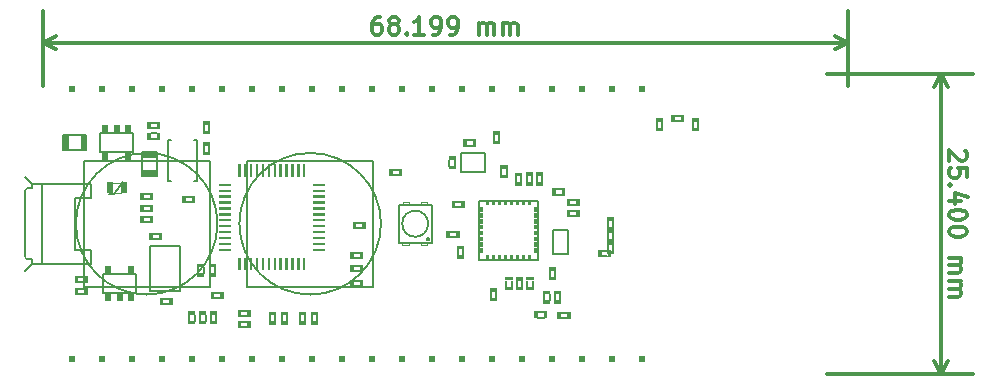
<source format=gbr>
G04 #@! TF.FileFunction,Drawing*
%FSLAX46Y46*%
G04 Gerber Fmt 4.6, Leading zero omitted, Abs format (unit mm)*
G04 Created by KiCad (PCBNEW 4.0.7+dfsg1-1) date Sun Jan 28 21:58:49 2018*
%MOMM*%
%LPD*%
G01*
G04 APERTURE LIST*
%ADD10C,0.100000*%
%ADD11C,0.300000*%
%ADD12C,0.152400*%
%ADD13C,0.127000*%
%ADD14C,0.101600*%
%ADD15C,0.203200*%
G04 APERTURE END LIST*
D10*
D11*
X143026501Y-87490572D02*
X142740787Y-87490572D01*
X142597930Y-87562001D01*
X142526501Y-87633430D01*
X142383644Y-87847715D01*
X142312215Y-88133430D01*
X142312215Y-88704858D01*
X142383644Y-88847715D01*
X142455072Y-88919144D01*
X142597930Y-88990572D01*
X142883644Y-88990572D01*
X143026501Y-88919144D01*
X143097930Y-88847715D01*
X143169358Y-88704858D01*
X143169358Y-88347715D01*
X143097930Y-88204858D01*
X143026501Y-88133430D01*
X142883644Y-88062001D01*
X142597930Y-88062001D01*
X142455072Y-88133430D01*
X142383644Y-88204858D01*
X142312215Y-88347715D01*
X144026501Y-88133430D02*
X143883643Y-88062001D01*
X143812215Y-87990572D01*
X143740786Y-87847715D01*
X143740786Y-87776287D01*
X143812215Y-87633430D01*
X143883643Y-87562001D01*
X144026501Y-87490572D01*
X144312215Y-87490572D01*
X144455072Y-87562001D01*
X144526501Y-87633430D01*
X144597929Y-87776287D01*
X144597929Y-87847715D01*
X144526501Y-87990572D01*
X144455072Y-88062001D01*
X144312215Y-88133430D01*
X144026501Y-88133430D01*
X143883643Y-88204858D01*
X143812215Y-88276287D01*
X143740786Y-88419144D01*
X143740786Y-88704858D01*
X143812215Y-88847715D01*
X143883643Y-88919144D01*
X144026501Y-88990572D01*
X144312215Y-88990572D01*
X144455072Y-88919144D01*
X144526501Y-88847715D01*
X144597929Y-88704858D01*
X144597929Y-88419144D01*
X144526501Y-88276287D01*
X144455072Y-88204858D01*
X144312215Y-88133430D01*
X145240786Y-88847715D02*
X145312214Y-88919144D01*
X145240786Y-88990572D01*
X145169357Y-88919144D01*
X145240786Y-88847715D01*
X145240786Y-88990572D01*
X146740786Y-88990572D02*
X145883643Y-88990572D01*
X146312215Y-88990572D02*
X146312215Y-87490572D01*
X146169358Y-87704858D01*
X146026500Y-87847715D01*
X145883643Y-87919144D01*
X147455071Y-88990572D02*
X147740786Y-88990572D01*
X147883643Y-88919144D01*
X147955071Y-88847715D01*
X148097929Y-88633430D01*
X148169357Y-88347715D01*
X148169357Y-87776287D01*
X148097929Y-87633430D01*
X148026500Y-87562001D01*
X147883643Y-87490572D01*
X147597929Y-87490572D01*
X147455071Y-87562001D01*
X147383643Y-87633430D01*
X147312214Y-87776287D01*
X147312214Y-88133430D01*
X147383643Y-88276287D01*
X147455071Y-88347715D01*
X147597929Y-88419144D01*
X147883643Y-88419144D01*
X148026500Y-88347715D01*
X148097929Y-88276287D01*
X148169357Y-88133430D01*
X148883642Y-88990572D02*
X149169357Y-88990572D01*
X149312214Y-88919144D01*
X149383642Y-88847715D01*
X149526500Y-88633430D01*
X149597928Y-88347715D01*
X149597928Y-87776287D01*
X149526500Y-87633430D01*
X149455071Y-87562001D01*
X149312214Y-87490572D01*
X149026500Y-87490572D01*
X148883642Y-87562001D01*
X148812214Y-87633430D01*
X148740785Y-87776287D01*
X148740785Y-88133430D01*
X148812214Y-88276287D01*
X148883642Y-88347715D01*
X149026500Y-88419144D01*
X149312214Y-88419144D01*
X149455071Y-88347715D01*
X149526500Y-88276287D01*
X149597928Y-88133430D01*
X151383642Y-88990572D02*
X151383642Y-87990572D01*
X151383642Y-88133430D02*
X151455070Y-88062001D01*
X151597928Y-87990572D01*
X151812213Y-87990572D01*
X151955070Y-88062001D01*
X152026499Y-88204858D01*
X152026499Y-88990572D01*
X152026499Y-88204858D02*
X152097928Y-88062001D01*
X152240785Y-87990572D01*
X152455070Y-87990572D01*
X152597928Y-88062001D01*
X152669356Y-88204858D01*
X152669356Y-88990572D01*
X153383642Y-88990572D02*
X153383642Y-87990572D01*
X153383642Y-88133430D02*
X153455070Y-88062001D01*
X153597928Y-87990572D01*
X153812213Y-87990572D01*
X153955070Y-88062001D01*
X154026499Y-88204858D01*
X154026499Y-88990572D01*
X154026499Y-88204858D02*
X154097928Y-88062001D01*
X154240785Y-87990572D01*
X154455070Y-87990572D01*
X154597928Y-88062001D01*
X154669356Y-88204858D01*
X154669356Y-88990572D01*
X182626000Y-89662001D02*
X114427000Y-89662001D01*
X182626000Y-93345000D02*
X182626000Y-86962001D01*
X114427000Y-93345000D02*
X114427000Y-86962001D01*
X114427000Y-89662001D02*
X115553504Y-89075580D01*
X114427000Y-89662001D02*
X115553504Y-90248422D01*
X182626000Y-89662001D02*
X181499496Y-89075580D01*
X182626000Y-89662001D02*
X181499496Y-90248422D01*
X192528571Y-98814715D02*
X192600000Y-98886144D01*
X192671429Y-99029001D01*
X192671429Y-99386144D01*
X192600000Y-99529001D01*
X192528571Y-99600430D01*
X192385714Y-99671858D01*
X192242857Y-99671858D01*
X192028571Y-99600430D01*
X191171429Y-98743287D01*
X191171429Y-99671858D01*
X192671429Y-101029001D02*
X192671429Y-100314715D01*
X191957143Y-100243286D01*
X192028571Y-100314715D01*
X192100000Y-100457572D01*
X192100000Y-100814715D01*
X192028571Y-100957572D01*
X191957143Y-101029001D01*
X191814286Y-101100429D01*
X191457143Y-101100429D01*
X191314286Y-101029001D01*
X191242857Y-100957572D01*
X191171429Y-100814715D01*
X191171429Y-100457572D01*
X191242857Y-100314715D01*
X191314286Y-100243286D01*
X191314286Y-101743286D02*
X191242857Y-101814714D01*
X191171429Y-101743286D01*
X191242857Y-101671857D01*
X191314286Y-101743286D01*
X191171429Y-101743286D01*
X192171429Y-103100429D02*
X191171429Y-103100429D01*
X192742857Y-102743286D02*
X191671429Y-102386143D01*
X191671429Y-103314715D01*
X192671429Y-104171857D02*
X192671429Y-104314714D01*
X192600000Y-104457571D01*
X192528571Y-104529000D01*
X192385714Y-104600429D01*
X192100000Y-104671857D01*
X191742857Y-104671857D01*
X191457143Y-104600429D01*
X191314286Y-104529000D01*
X191242857Y-104457571D01*
X191171429Y-104314714D01*
X191171429Y-104171857D01*
X191242857Y-104029000D01*
X191314286Y-103957571D01*
X191457143Y-103886143D01*
X191742857Y-103814714D01*
X192100000Y-103814714D01*
X192385714Y-103886143D01*
X192528571Y-103957571D01*
X192600000Y-104029000D01*
X192671429Y-104171857D01*
X192671429Y-105600428D02*
X192671429Y-105743285D01*
X192600000Y-105886142D01*
X192528571Y-105957571D01*
X192385714Y-106029000D01*
X192100000Y-106100428D01*
X191742857Y-106100428D01*
X191457143Y-106029000D01*
X191314286Y-105957571D01*
X191242857Y-105886142D01*
X191171429Y-105743285D01*
X191171429Y-105600428D01*
X191242857Y-105457571D01*
X191314286Y-105386142D01*
X191457143Y-105314714D01*
X191742857Y-105243285D01*
X192100000Y-105243285D01*
X192385714Y-105314714D01*
X192528571Y-105386142D01*
X192600000Y-105457571D01*
X192671429Y-105600428D01*
X191171429Y-107886142D02*
X192171429Y-107886142D01*
X192028571Y-107886142D02*
X192100000Y-107957570D01*
X192171429Y-108100428D01*
X192171429Y-108314713D01*
X192100000Y-108457570D01*
X191957143Y-108528999D01*
X191171429Y-108528999D01*
X191957143Y-108528999D02*
X192100000Y-108600428D01*
X192171429Y-108743285D01*
X192171429Y-108957570D01*
X192100000Y-109100428D01*
X191957143Y-109171856D01*
X191171429Y-109171856D01*
X191171429Y-109886142D02*
X192171429Y-109886142D01*
X192028571Y-109886142D02*
X192100000Y-109957570D01*
X192171429Y-110100428D01*
X192171429Y-110314713D01*
X192100000Y-110457570D01*
X191957143Y-110528999D01*
X191171429Y-110528999D01*
X191957143Y-110528999D02*
X192100000Y-110600428D01*
X192171429Y-110743285D01*
X192171429Y-110957570D01*
X192100000Y-111100428D01*
X191957143Y-111171856D01*
X191171429Y-111171856D01*
X190500000Y-92329000D02*
X190500000Y-117729000D01*
X180848000Y-92329000D02*
X193200000Y-92329000D01*
X180848000Y-117729000D02*
X193200000Y-117729000D01*
X190500000Y-117729000D02*
X189913579Y-116602496D01*
X190500000Y-117729000D02*
X191086421Y-116602496D01*
X190500000Y-92329000D02*
X189913579Y-93455504D01*
X190500000Y-92329000D02*
X191086421Y-93455504D01*
D12*
X150045900Y-107171600D02*
X150045900Y-107661600D01*
X149597900Y-107661600D02*
X149597900Y-107171600D01*
D10*
G36*
X149517100Y-106862600D02*
X149517100Y-107162600D01*
X150117000Y-107162600D01*
X150117000Y-106862600D01*
X149517100Y-106862600D01*
G37*
G36*
X149517100Y-107675400D02*
X149517100Y-107975400D01*
X150117000Y-107975400D01*
X150117000Y-107675400D01*
X149517100Y-107675400D01*
G37*
D12*
X149408100Y-106165800D02*
X148918100Y-106165800D01*
X148918100Y-105717800D02*
X149408100Y-105717800D01*
D10*
G36*
X149717100Y-105637000D02*
X149417100Y-105637000D01*
X149417100Y-106236900D01*
X149717100Y-106236900D01*
X149717100Y-105637000D01*
G37*
G36*
X148904300Y-105637000D02*
X148604300Y-105637000D01*
X148604300Y-106236900D01*
X148904300Y-106236900D01*
X148904300Y-105637000D01*
G37*
D12*
X152839900Y-110753000D02*
X152839900Y-111243000D01*
X152391900Y-111243000D02*
X152391900Y-110753000D01*
D10*
G36*
X152311100Y-110444000D02*
X152311100Y-110744000D01*
X152911000Y-110744000D01*
X152911000Y-110444000D01*
X152311100Y-110444000D01*
G37*
G36*
X152311100Y-111256800D02*
X152311100Y-111556800D01*
X152911000Y-111556800D01*
X152911000Y-111256800D01*
X152311100Y-111256800D01*
G37*
D12*
X149863700Y-103602000D02*
X149373700Y-103602000D01*
X149373700Y-103154000D02*
X149863700Y-103154000D01*
D10*
G36*
X150172700Y-103073200D02*
X149872700Y-103073200D01*
X149872700Y-103673100D01*
X150172700Y-103673100D01*
X150172700Y-103073200D01*
G37*
G36*
X149359900Y-103073200D02*
X149059900Y-103073200D01*
X149059900Y-103673100D01*
X149359900Y-103673100D01*
X149359900Y-103073200D01*
G37*
D12*
X154550900Y-110328600D02*
X154550900Y-109838600D01*
X154998900Y-109838600D02*
X154998900Y-110328600D01*
D10*
G36*
X155079700Y-110637600D02*
X155079700Y-110337600D01*
X154479800Y-110337600D01*
X154479800Y-110637600D01*
X155079700Y-110637600D01*
G37*
G36*
X155079700Y-109824800D02*
X155079700Y-109524800D01*
X154479800Y-109524800D01*
X154479800Y-109824800D01*
X155079700Y-109824800D01*
G37*
D12*
X157882700Y-102087200D02*
X158372700Y-102087200D01*
X158372700Y-102535200D02*
X157882700Y-102535200D01*
D10*
G36*
X157573700Y-102616000D02*
X157873700Y-102616000D01*
X157873700Y-102016100D01*
X157573700Y-102016100D01*
X157573700Y-102616000D01*
G37*
G36*
X158386500Y-102616000D02*
X158686500Y-102616000D01*
X158686500Y-102016100D01*
X158386500Y-102016100D01*
X158386500Y-102616000D01*
G37*
D12*
X159101900Y-103001600D02*
X159591900Y-103001600D01*
X159591900Y-103449600D02*
X159101900Y-103449600D01*
D10*
G36*
X158792900Y-103530400D02*
X159092900Y-103530400D01*
X159092900Y-102930500D01*
X158792900Y-102930500D01*
X158792900Y-103530400D01*
G37*
G36*
X159605700Y-103530400D02*
X159905700Y-103530400D01*
X159905700Y-102930500D01*
X159605700Y-102930500D01*
X159605700Y-103530400D01*
G37*
D12*
X159101900Y-103941400D02*
X159591900Y-103941400D01*
X159591900Y-104389400D02*
X159101900Y-104389400D01*
D10*
G36*
X158792900Y-104470200D02*
X159092900Y-104470200D01*
X159092900Y-103870300D01*
X158792900Y-103870300D01*
X158792900Y-104470200D01*
G37*
G36*
X159605700Y-104470200D02*
X159905700Y-104470200D01*
X159905700Y-103870300D01*
X159605700Y-103870300D01*
X159605700Y-104470200D01*
G37*
D12*
X154135300Y-109813200D02*
X154135300Y-110303200D01*
X153687300Y-110303200D02*
X153687300Y-109813200D01*
D10*
G36*
X153606500Y-109504200D02*
X153606500Y-109804200D01*
X154206400Y-109804200D01*
X154206400Y-109504200D01*
X153606500Y-109504200D01*
G37*
G36*
X153606500Y-110317000D02*
X153606500Y-110617000D01*
X154206400Y-110617000D01*
X154206400Y-110317000D01*
X153606500Y-110317000D01*
G37*
D12*
X155913300Y-109813200D02*
X155913300Y-110303200D01*
X155465300Y-110303200D02*
X155465300Y-109813200D01*
D10*
G36*
X155384500Y-109504200D02*
X155384500Y-109804200D01*
X155984400Y-109804200D01*
X155984400Y-109504200D01*
X155384500Y-109504200D01*
G37*
G36*
X155384500Y-110317000D02*
X155384500Y-110617000D01*
X155984400Y-110617000D01*
X155984400Y-110317000D01*
X155384500Y-110317000D01*
G37*
D12*
X157818300Y-108975000D02*
X157818300Y-109465000D01*
X157370300Y-109465000D02*
X157370300Y-108975000D01*
D10*
G36*
X157289500Y-108666000D02*
X157289500Y-108966000D01*
X157889400Y-108966000D01*
X157889400Y-108666000D01*
X157289500Y-108666000D01*
G37*
G36*
X157289500Y-109478800D02*
X157289500Y-109778800D01*
X157889400Y-109778800D01*
X157889400Y-109478800D01*
X157289500Y-109478800D01*
G37*
D12*
X156887700Y-111471600D02*
X156887700Y-110981600D01*
X157335700Y-110981600D02*
X157335700Y-111471600D01*
D10*
G36*
X157416500Y-111780600D02*
X157416500Y-111480600D01*
X156816600Y-111480600D01*
X156816600Y-111780600D01*
X157416500Y-111780600D01*
G37*
G36*
X157416500Y-110967800D02*
X157416500Y-110667800D01*
X156816600Y-110667800D01*
X156816600Y-110967800D01*
X157416500Y-110967800D01*
G37*
D12*
X158250100Y-110981600D02*
X158250100Y-111471600D01*
X157802100Y-111471600D02*
X157802100Y-110981600D01*
D10*
G36*
X157721300Y-110672600D02*
X157721300Y-110972600D01*
X158321200Y-110972600D01*
X158321200Y-110672600D01*
X157721300Y-110672600D01*
G37*
G36*
X157721300Y-111485400D02*
X157721300Y-111785400D01*
X158321200Y-111785400D01*
X158321200Y-111485400D01*
X157721300Y-111485400D01*
G37*
D12*
X158314500Y-112526600D02*
X158804500Y-112526600D01*
X158804500Y-112974600D02*
X158314500Y-112974600D01*
D10*
G36*
X158005500Y-113055400D02*
X158305500Y-113055400D01*
X158305500Y-112455500D01*
X158005500Y-112455500D01*
X158005500Y-113055400D01*
G37*
G36*
X158818300Y-113055400D02*
X159118300Y-113055400D01*
X159118300Y-112455500D01*
X158818300Y-112455500D01*
X158818300Y-113055400D01*
G37*
D12*
X156848700Y-112949200D02*
X156358700Y-112949200D01*
X156358700Y-112501200D02*
X156848700Y-112501200D01*
D10*
G36*
X157157700Y-112420400D02*
X156857700Y-112420400D01*
X156857700Y-113020300D01*
X157157700Y-113020300D01*
X157157700Y-112420400D01*
G37*
G36*
X156344900Y-112420400D02*
X156044900Y-112420400D01*
X156044900Y-113020300D01*
X156344900Y-113020300D01*
X156344900Y-112420400D01*
G37*
D13*
X149837900Y-98996600D02*
X149837900Y-100596600D01*
X149837900Y-100596600D02*
X151837900Y-100596600D01*
X151837900Y-100596600D02*
X151837900Y-98996600D01*
X151837900Y-98996600D02*
X149837900Y-98996600D01*
D12*
X148861300Y-100092400D02*
X148861300Y-99602400D01*
X149309300Y-99602400D02*
X149309300Y-100092400D01*
D10*
G36*
X149390100Y-100401400D02*
X149390100Y-100101400D01*
X148790200Y-100101400D01*
X148790200Y-100401400D01*
X149390100Y-100401400D01*
G37*
G36*
X149390100Y-99588600D02*
X149390100Y-99288600D01*
X148790200Y-99288600D01*
X148790200Y-99588600D01*
X149390100Y-99588600D01*
G37*
D12*
X150828900Y-98395000D02*
X150338900Y-98395000D01*
X150338900Y-97947000D02*
X150828900Y-97947000D01*
D10*
G36*
X151137900Y-97866200D02*
X150837900Y-97866200D01*
X150837900Y-98466100D01*
X151137900Y-98466100D01*
X151137900Y-97866200D01*
G37*
G36*
X150325100Y-97866200D02*
X150025100Y-97866200D01*
X150025100Y-98466100D01*
X150325100Y-98466100D01*
X150325100Y-97866200D01*
G37*
D13*
X151360500Y-103037000D02*
X151360500Y-108037000D01*
X151360500Y-108037000D02*
X156360500Y-108037000D01*
X156360500Y-108037000D02*
X156360500Y-103037000D01*
X156360500Y-103037000D02*
X151360500Y-103037000D01*
D10*
G36*
X153990500Y-103037000D02*
X153990500Y-103437000D01*
X154230500Y-103437000D01*
X154230500Y-103037000D01*
X153990500Y-103037000D01*
G37*
G36*
X153490500Y-103037000D02*
X153490500Y-103437000D01*
X153730500Y-103437000D01*
X153730500Y-103037000D01*
X153490500Y-103037000D01*
G37*
G36*
X152990500Y-103037000D02*
X152990500Y-103437000D01*
X153230500Y-103437000D01*
X153230500Y-103037000D01*
X152990500Y-103037000D01*
G37*
G36*
X152490500Y-103037000D02*
X152490500Y-103437000D01*
X152730500Y-103437000D01*
X152730500Y-103037000D01*
X152490500Y-103037000D01*
G37*
G36*
X151990500Y-103037000D02*
X151990500Y-103437000D01*
X152230500Y-103437000D01*
X152230500Y-103037000D01*
X151990500Y-103037000D01*
G37*
G36*
X154490500Y-103037000D02*
X154490500Y-103437000D01*
X154730500Y-103437000D01*
X154730500Y-103037000D01*
X154490500Y-103037000D01*
G37*
G36*
X154990500Y-103037000D02*
X154990500Y-103437000D01*
X155230500Y-103437000D01*
X155230500Y-103037000D01*
X154990500Y-103037000D01*
G37*
G36*
X155490500Y-103037000D02*
X155490500Y-103437000D01*
X155730500Y-103437000D01*
X155730500Y-103037000D01*
X155490500Y-103037000D01*
G37*
G36*
X156040500Y-105587000D02*
X156040500Y-105987000D01*
X156280500Y-105987000D01*
X156280500Y-105587000D01*
X156040500Y-105587000D01*
G37*
G36*
X156040500Y-105087000D02*
X156040500Y-105487000D01*
X156280500Y-105487000D01*
X156280500Y-105087000D01*
X156040500Y-105087000D01*
G37*
G36*
X156040500Y-104587000D02*
X156040500Y-104987000D01*
X156280500Y-104987000D01*
X156280500Y-104587000D01*
X156040500Y-104587000D01*
G37*
G36*
X156040500Y-104087000D02*
X156040500Y-104487000D01*
X156280500Y-104487000D01*
X156280500Y-104087000D01*
X156040500Y-104087000D01*
G37*
G36*
X156040500Y-103587000D02*
X156040500Y-103987000D01*
X156280500Y-103987000D01*
X156280500Y-103587000D01*
X156040500Y-103587000D01*
G37*
G36*
X156040500Y-106087000D02*
X156040500Y-106487000D01*
X156280500Y-106487000D01*
X156280500Y-106087000D01*
X156040500Y-106087000D01*
G37*
G36*
X156040500Y-106587000D02*
X156040500Y-106987000D01*
X156280500Y-106987000D01*
X156280500Y-106587000D01*
X156040500Y-106587000D01*
G37*
G36*
X156040500Y-107087000D02*
X156040500Y-107487000D01*
X156280500Y-107487000D01*
X156280500Y-107087000D01*
X156040500Y-107087000D01*
G37*
G36*
X151440500Y-105087000D02*
X151440500Y-105487000D01*
X151680500Y-105487000D01*
X151680500Y-105087000D01*
X151440500Y-105087000D01*
G37*
G36*
X151440500Y-105587000D02*
X151440500Y-105987000D01*
X151680500Y-105987000D01*
X151680500Y-105587000D01*
X151440500Y-105587000D01*
G37*
G36*
X151440500Y-106087000D02*
X151440500Y-106487000D01*
X151680500Y-106487000D01*
X151680500Y-106087000D01*
X151440500Y-106087000D01*
G37*
G36*
X151440500Y-106587000D02*
X151440500Y-106987000D01*
X151680500Y-106987000D01*
X151680500Y-106587000D01*
X151440500Y-106587000D01*
G37*
G36*
X151440500Y-107087000D02*
X151440500Y-107487000D01*
X151680500Y-107487000D01*
X151680500Y-107087000D01*
X151440500Y-107087000D01*
G37*
G36*
X151440500Y-104587000D02*
X151440500Y-104987000D01*
X151680500Y-104987000D01*
X151680500Y-104587000D01*
X151440500Y-104587000D01*
G37*
G36*
X151440500Y-104087000D02*
X151440500Y-104487000D01*
X151680500Y-104487000D01*
X151680500Y-104087000D01*
X151440500Y-104087000D01*
G37*
G36*
X151440500Y-103587000D02*
X151440500Y-103987000D01*
X151680500Y-103987000D01*
X151680500Y-103587000D01*
X151440500Y-103587000D01*
G37*
G36*
X153490500Y-107637000D02*
X153490500Y-108037000D01*
X153730500Y-108037000D01*
X153730500Y-107637000D01*
X153490500Y-107637000D01*
G37*
G36*
X153990500Y-107637000D02*
X153990500Y-108037000D01*
X154230500Y-108037000D01*
X154230500Y-107637000D01*
X153990500Y-107637000D01*
G37*
G36*
X154490500Y-107637000D02*
X154490500Y-108037000D01*
X154730500Y-108037000D01*
X154730500Y-107637000D01*
X154490500Y-107637000D01*
G37*
G36*
X154990500Y-107637000D02*
X154990500Y-108037000D01*
X155230500Y-108037000D01*
X155230500Y-107637000D01*
X154990500Y-107637000D01*
G37*
G36*
X155490500Y-107637000D02*
X155490500Y-108037000D01*
X155730500Y-108037000D01*
X155730500Y-107637000D01*
X155490500Y-107637000D01*
G37*
G36*
X152990500Y-107637000D02*
X152990500Y-108037000D01*
X153230500Y-108037000D01*
X153230500Y-107637000D01*
X152990500Y-107637000D01*
G37*
G36*
X152490500Y-107637000D02*
X152490500Y-108037000D01*
X152730500Y-108037000D01*
X152730500Y-107637000D01*
X152490500Y-107637000D01*
G37*
G36*
X151990500Y-107637000D02*
X151990500Y-108037000D01*
X152230500Y-108037000D01*
X152230500Y-107637000D01*
X151990500Y-107637000D01*
G37*
D12*
X156252700Y-101464000D02*
X156252700Y-100974000D01*
X156700700Y-100974000D02*
X156700700Y-101464000D01*
D10*
G36*
X156781500Y-101773000D02*
X156781500Y-101473000D01*
X156181600Y-101473000D01*
X156181600Y-101773000D01*
X156781500Y-101773000D01*
G37*
G36*
X156781500Y-100960200D02*
X156781500Y-100660200D01*
X156181600Y-100660200D01*
X156181600Y-100960200D01*
X156781500Y-100960200D01*
G37*
D12*
X153255500Y-100854400D02*
X153255500Y-100364400D01*
X153703500Y-100364400D02*
X153703500Y-100854400D01*
D10*
G36*
X153784300Y-101163400D02*
X153784300Y-100863400D01*
X153184400Y-100863400D01*
X153184400Y-101163400D01*
X153784300Y-101163400D01*
G37*
G36*
X153784300Y-100350600D02*
X153784300Y-100050600D01*
X153184400Y-100050600D01*
X153184400Y-100350600D01*
X153784300Y-100350600D01*
G37*
D12*
X154474700Y-101489400D02*
X154474700Y-100999400D01*
X154922700Y-100999400D02*
X154922700Y-101489400D01*
D10*
G36*
X155003500Y-101798400D02*
X155003500Y-101498400D01*
X154403600Y-101498400D01*
X154403600Y-101798400D01*
X155003500Y-101798400D01*
G37*
G36*
X155003500Y-100985600D02*
X155003500Y-100685600D01*
X154403600Y-100685600D01*
X154403600Y-100985600D01*
X155003500Y-100985600D01*
G37*
D12*
X155389100Y-101464000D02*
X155389100Y-100974000D01*
X155837100Y-100974000D02*
X155837100Y-101464000D01*
D10*
G36*
X155917900Y-101773000D02*
X155917900Y-101473000D01*
X155318000Y-101473000D01*
X155318000Y-101773000D01*
X155917900Y-101773000D01*
G37*
G36*
X155917900Y-100960200D02*
X155917900Y-100660200D01*
X155318000Y-100660200D01*
X155318000Y-100960200D01*
X155917900Y-100960200D01*
G37*
D12*
X152620500Y-97958800D02*
X152620500Y-97468800D01*
X153068500Y-97468800D02*
X153068500Y-97958800D01*
D10*
G36*
X153149300Y-98267800D02*
X153149300Y-97967800D01*
X152549400Y-97967800D01*
X152549400Y-98267800D01*
X153149300Y-98267800D01*
G37*
G36*
X153149300Y-97455000D02*
X153149300Y-97155000D01*
X152549400Y-97155000D01*
X152549400Y-97455000D01*
X153149300Y-97455000D01*
G37*
G36*
X130973894Y-108958853D02*
X131173894Y-108958853D01*
X131173894Y-107908853D01*
X130973894Y-107908853D01*
X130973894Y-108958853D01*
G37*
G36*
X131473894Y-108958853D02*
X131673894Y-108958853D01*
X131673894Y-107908853D01*
X131473894Y-107908853D01*
X131473894Y-108958853D01*
G37*
G36*
X131973894Y-108958853D02*
X132173894Y-108958853D01*
X132173894Y-107908853D01*
X131973894Y-107908853D01*
X131973894Y-108958853D01*
G37*
G36*
X132473894Y-108958853D02*
X132673894Y-108958853D01*
X132673894Y-107908853D01*
X132473894Y-107908853D01*
X132473894Y-108958853D01*
G37*
G36*
X132973894Y-108958853D02*
X133173894Y-108958853D01*
X133173894Y-107908853D01*
X132973894Y-107908853D01*
X132973894Y-108958853D01*
G37*
G36*
X133473894Y-108958853D02*
X133673894Y-108958853D01*
X133673894Y-107908853D01*
X133473894Y-107908853D01*
X133473894Y-108958853D01*
G37*
G36*
X133973894Y-108958853D02*
X134173894Y-108958853D01*
X134173894Y-107908853D01*
X133973894Y-107908853D01*
X133973894Y-108958853D01*
G37*
G36*
X134473894Y-108958853D02*
X134673894Y-108958853D01*
X134673894Y-107908853D01*
X134473894Y-107908853D01*
X134473894Y-108958853D01*
G37*
G36*
X134973894Y-108958853D02*
X135173894Y-108958853D01*
X135173894Y-107908853D01*
X134973894Y-107908853D01*
X134973894Y-108958853D01*
G37*
G36*
X135473894Y-108958853D02*
X135673894Y-108958853D01*
X135673894Y-107908853D01*
X135473894Y-107908853D01*
X135473894Y-108958853D01*
G37*
G36*
X135973894Y-108958853D02*
X136173894Y-108958853D01*
X136173894Y-107908853D01*
X135973894Y-107908853D01*
X135973894Y-108958853D01*
G37*
G36*
X136473894Y-108958853D02*
X136673894Y-108958853D01*
X136673894Y-107908853D01*
X136473894Y-107908853D01*
X136473894Y-108958853D01*
G37*
G36*
X137273894Y-107308853D02*
X138323894Y-107308853D01*
X138323894Y-107108853D01*
X137273894Y-107108853D01*
X137273894Y-107308853D01*
G37*
G36*
X137273894Y-106808853D02*
X138323894Y-106808853D01*
X138323894Y-106608853D01*
X137273894Y-106608853D01*
X137273894Y-106808853D01*
G37*
G36*
X137273894Y-106308853D02*
X138323894Y-106308853D01*
X138323894Y-106108853D01*
X137273894Y-106108853D01*
X137273894Y-106308853D01*
G37*
G36*
X137273894Y-105808853D02*
X138323894Y-105808853D01*
X138323894Y-105608853D01*
X137273894Y-105608853D01*
X137273894Y-105808853D01*
G37*
G36*
X137273894Y-105308853D02*
X138323894Y-105308853D01*
X138323894Y-105108853D01*
X137273894Y-105108853D01*
X137273894Y-105308853D01*
G37*
G36*
X137273894Y-104808853D02*
X138323894Y-104808853D01*
X138323894Y-104608853D01*
X137273894Y-104608853D01*
X137273894Y-104808853D01*
G37*
G36*
X137273894Y-104308853D02*
X138323894Y-104308853D01*
X138323894Y-104108853D01*
X137273894Y-104108853D01*
X137273894Y-104308853D01*
G37*
G36*
X137273894Y-103808853D02*
X138323894Y-103808853D01*
X138323894Y-103608853D01*
X137273894Y-103608853D01*
X137273894Y-103808853D01*
G37*
G36*
X137273894Y-103308853D02*
X138323894Y-103308853D01*
X138323894Y-103108853D01*
X137273894Y-103108853D01*
X137273894Y-103308853D01*
G37*
G36*
X137273894Y-102808853D02*
X138323894Y-102808853D01*
X138323894Y-102608853D01*
X137273894Y-102608853D01*
X137273894Y-102808853D01*
G37*
G36*
X137273894Y-102308853D02*
X138323894Y-102308853D01*
X138323894Y-102108853D01*
X137273894Y-102108853D01*
X137273894Y-102308853D01*
G37*
G36*
X137273894Y-101808853D02*
X138323894Y-101808853D01*
X138323894Y-101608853D01*
X137273894Y-101608853D01*
X137273894Y-101808853D01*
G37*
G36*
X136473894Y-101008853D02*
X136673894Y-101008853D01*
X136673894Y-99958853D01*
X136473894Y-99958853D01*
X136473894Y-101008853D01*
G37*
G36*
X135973894Y-101008853D02*
X136173894Y-101008853D01*
X136173894Y-99958853D01*
X135973894Y-99958853D01*
X135973894Y-101008853D01*
G37*
G36*
X135473894Y-101008853D02*
X135673894Y-101008853D01*
X135673894Y-99958853D01*
X135473894Y-99958853D01*
X135473894Y-101008853D01*
G37*
G36*
X134973894Y-101008853D02*
X135173894Y-101008853D01*
X135173894Y-99958853D01*
X134973894Y-99958853D01*
X134973894Y-101008853D01*
G37*
G36*
X134473894Y-101008853D02*
X134673894Y-101008853D01*
X134673894Y-99958853D01*
X134473894Y-99958853D01*
X134473894Y-101008853D01*
G37*
G36*
X133973894Y-101008853D02*
X134173894Y-101008853D01*
X134173894Y-99958853D01*
X133973894Y-99958853D01*
X133973894Y-101008853D01*
G37*
G36*
X133473894Y-101008853D02*
X133673894Y-101008853D01*
X133673894Y-99958853D01*
X133473894Y-99958853D01*
X133473894Y-101008853D01*
G37*
G36*
X132973894Y-101008853D02*
X133173894Y-101008853D01*
X133173894Y-99958853D01*
X132973894Y-99958853D01*
X132973894Y-101008853D01*
G37*
G36*
X132473894Y-101008853D02*
X132673894Y-101008853D01*
X132673894Y-99958853D01*
X132473894Y-99958853D01*
X132473894Y-101008853D01*
G37*
G36*
X131973894Y-101008853D02*
X132173894Y-101008853D01*
X132173894Y-99958853D01*
X131973894Y-99958853D01*
X131973894Y-101008853D01*
G37*
G36*
X131473894Y-101008853D02*
X131673894Y-101008853D01*
X131673894Y-99958853D01*
X131473894Y-99958853D01*
X131473894Y-101008853D01*
G37*
G36*
X130973894Y-101008853D02*
X131173894Y-101008853D01*
X131173894Y-99958853D01*
X130973894Y-99958853D01*
X130973894Y-101008853D01*
G37*
G36*
X129323894Y-101808853D02*
X130373894Y-101808853D01*
X130373894Y-101608853D01*
X129323894Y-101608853D01*
X129323894Y-101808853D01*
G37*
G36*
X129323894Y-102308853D02*
X130373894Y-102308853D01*
X130373894Y-102108853D01*
X129323894Y-102108853D01*
X129323894Y-102308853D01*
G37*
G36*
X129323894Y-102808853D02*
X130373894Y-102808853D01*
X130373894Y-102608853D01*
X129323894Y-102608853D01*
X129323894Y-102808853D01*
G37*
G36*
X129323894Y-103308853D02*
X130373894Y-103308853D01*
X130373894Y-103108853D01*
X129323894Y-103108853D01*
X129323894Y-103308853D01*
G37*
G36*
X129323894Y-103808853D02*
X130373894Y-103808853D01*
X130373894Y-103608853D01*
X129323894Y-103608853D01*
X129323894Y-103808853D01*
G37*
G36*
X129323894Y-104308853D02*
X130373894Y-104308853D01*
X130373894Y-104108853D01*
X129323894Y-104108853D01*
X129323894Y-104308853D01*
G37*
G36*
X129323894Y-104808853D02*
X130373894Y-104808853D01*
X130373894Y-104608853D01*
X129323894Y-104608853D01*
X129323894Y-104808853D01*
G37*
G36*
X129323894Y-105308853D02*
X130373894Y-105308853D01*
X130373894Y-105108853D01*
X129323894Y-105108853D01*
X129323894Y-105308853D01*
G37*
G36*
X129323894Y-105808853D02*
X130373894Y-105808853D01*
X130373894Y-105608853D01*
X129323894Y-105608853D01*
X129323894Y-105808853D01*
G37*
G36*
X129323894Y-106308853D02*
X130373894Y-106308853D01*
X130373894Y-106108853D01*
X129323894Y-106108853D01*
X129323894Y-106308853D01*
G37*
G36*
X129323894Y-106808853D02*
X130373894Y-106808853D01*
X130373894Y-106608853D01*
X129323894Y-106608853D01*
X129323894Y-106808853D01*
G37*
G36*
X129323894Y-107308853D02*
X130373894Y-107308853D01*
X130373894Y-107108853D01*
X129323894Y-107108853D01*
X129323894Y-107308853D01*
G37*
D12*
X129040100Y-108695600D02*
X129040100Y-109185600D01*
X128592100Y-109185600D02*
X128592100Y-108695600D01*
D10*
G36*
X128511300Y-108386600D02*
X128511300Y-108686600D01*
X129111200Y-108686600D01*
X129111200Y-108386600D01*
X128511300Y-108386600D01*
G37*
G36*
X128511300Y-109199400D02*
X128511300Y-109499400D01*
X129111200Y-109499400D01*
X129111200Y-109199400D01*
X128511300Y-109199400D01*
G37*
D12*
X127029100Y-103195600D02*
X126539100Y-103195600D01*
X126539100Y-102747600D02*
X127029100Y-102747600D01*
D10*
G36*
X127338100Y-102666800D02*
X127038100Y-102666800D01*
X127038100Y-103266700D01*
X127338100Y-103266700D01*
X127338100Y-102666800D01*
G37*
G36*
X126525300Y-102666800D02*
X126225300Y-102666800D01*
X126225300Y-103266700D01*
X126525300Y-103266700D01*
X126525300Y-102666800D01*
G37*
D12*
X140969047Y-104914441D02*
X141459047Y-104914441D01*
X141459047Y-105362441D02*
X140969047Y-105362441D01*
D10*
G36*
X140660047Y-105443241D02*
X140960047Y-105443241D01*
X140960047Y-104843341D01*
X140660047Y-104843341D01*
X140660047Y-105443241D01*
G37*
G36*
X141472847Y-105443241D02*
X141772847Y-105443241D01*
X141772847Y-104843341D01*
X141472847Y-104843341D01*
X141472847Y-105443241D01*
G37*
D12*
X136660100Y-112759600D02*
X136660100Y-113249600D01*
X136212100Y-113249600D02*
X136212100Y-112759600D01*
D10*
G36*
X136131300Y-112450600D02*
X136131300Y-112750600D01*
X136731200Y-112750600D01*
X136731200Y-112450600D01*
X136131300Y-112450600D01*
G37*
G36*
X136131300Y-113263400D02*
X136131300Y-113563400D01*
X136731200Y-113563400D01*
X136731200Y-113263400D01*
X136131300Y-113263400D01*
G37*
D12*
X134688100Y-113249600D02*
X134688100Y-112759600D01*
X135136100Y-112759600D02*
X135136100Y-113249600D01*
D10*
G36*
X135216900Y-113558600D02*
X135216900Y-113258600D01*
X134617000Y-113258600D01*
X134617000Y-113558600D01*
X135216900Y-113558600D01*
G37*
G36*
X135216900Y-112745800D02*
X135216900Y-112445800D01*
X134617000Y-112445800D01*
X134617000Y-112745800D01*
X135216900Y-112745800D01*
G37*
D12*
X128042288Y-108695600D02*
X128042288Y-109185600D01*
X127594288Y-109185600D02*
X127594288Y-108695600D01*
D10*
G36*
X127513488Y-108386600D02*
X127513488Y-108686600D01*
X128113388Y-108686600D01*
X128113388Y-108386600D01*
X127513488Y-108386600D01*
G37*
G36*
X127513488Y-109199400D02*
X127513488Y-109499400D01*
X128113388Y-109499400D01*
X128113388Y-109199400D01*
X127513488Y-109199400D01*
G37*
D12*
X128952100Y-110875600D02*
X129442100Y-110875600D01*
X129442100Y-111323600D02*
X128952100Y-111323600D01*
D10*
G36*
X128643100Y-111404400D02*
X128943100Y-111404400D01*
X128943100Y-110804500D01*
X128643100Y-110804500D01*
X128643100Y-111404400D01*
G37*
G36*
X129455900Y-111404400D02*
X129755900Y-111404400D01*
X129755900Y-110804500D01*
X129455900Y-110804500D01*
X129455900Y-111404400D01*
G37*
D12*
X137676100Y-112759600D02*
X137676100Y-113249600D01*
X137228100Y-113249600D02*
X137228100Y-112759600D01*
D10*
G36*
X137147300Y-112450600D02*
X137147300Y-112750600D01*
X137747200Y-112750600D01*
X137747200Y-112450600D01*
X137147300Y-112450600D01*
G37*
G36*
X137147300Y-113263400D02*
X137147300Y-113563400D01*
X137747200Y-113563400D01*
X137747200Y-113263400D01*
X137147300Y-113263400D01*
G37*
D12*
X134120100Y-112759600D02*
X134120100Y-113249600D01*
X133672100Y-113249600D02*
X133672100Y-112759600D01*
D10*
G36*
X133591300Y-112450600D02*
X133591300Y-112750600D01*
X134191200Y-112750600D01*
X134191200Y-112450600D01*
X133591300Y-112450600D01*
G37*
G36*
X133591300Y-113263400D02*
X133591300Y-113563400D01*
X134191200Y-113563400D01*
X134191200Y-113263400D01*
X133591300Y-113263400D01*
G37*
D12*
X141256469Y-109040425D02*
X140766469Y-109040425D01*
X140766469Y-108592425D02*
X141256469Y-108592425D01*
D10*
G36*
X141565469Y-108511625D02*
X141265469Y-108511625D01*
X141265469Y-109111525D01*
X141565469Y-109111525D01*
X141565469Y-108511625D01*
G37*
G36*
X140752669Y-108511625D02*
X140452669Y-108511625D01*
X140452669Y-109111525D01*
X140752669Y-109111525D01*
X140752669Y-108511625D01*
G37*
D12*
X123754806Y-105831478D02*
X124244806Y-105831478D01*
X124244806Y-106279478D02*
X123754806Y-106279478D01*
D10*
G36*
X123445806Y-106360278D02*
X123745806Y-106360278D01*
X123745806Y-105760378D01*
X123445806Y-105760378D01*
X123445806Y-106360278D01*
G37*
G36*
X124258606Y-106360278D02*
X124558606Y-106360278D01*
X124558606Y-105760378D01*
X124258606Y-105760378D01*
X124258606Y-106360278D01*
G37*
D12*
X124632247Y-111339725D02*
X125122247Y-111339725D01*
X125122247Y-111787725D02*
X124632247Y-111787725D01*
D10*
G36*
X124323247Y-111868525D02*
X124623247Y-111868525D01*
X124623247Y-111268625D01*
X124323247Y-111268625D01*
X124323247Y-111868525D01*
G37*
G36*
X125136047Y-111868525D02*
X125436047Y-111868525D01*
X125436047Y-111268625D01*
X125136047Y-111268625D01*
X125136047Y-111868525D01*
G37*
D12*
X122983100Y-103509600D02*
X123473100Y-103509600D01*
X123473100Y-103957600D02*
X122983100Y-103957600D01*
D10*
G36*
X122674100Y-104038400D02*
X122974100Y-104038400D01*
X122974100Y-103438500D01*
X122674100Y-103438500D01*
X122674100Y-104038400D01*
G37*
G36*
X123486900Y-104038400D02*
X123786900Y-104038400D01*
X123786900Y-103438500D01*
X123486900Y-103438500D01*
X123486900Y-104038400D01*
G37*
D12*
X122983100Y-104398600D02*
X123473100Y-104398600D01*
X123473100Y-104846600D02*
X122983100Y-104846600D01*
D10*
G36*
X122674100Y-104927400D02*
X122974100Y-104927400D01*
X122974100Y-104327500D01*
X122674100Y-104327500D01*
X122674100Y-104927400D01*
G37*
G36*
X123486900Y-104927400D02*
X123786900Y-104927400D01*
X123786900Y-104327500D01*
X123486900Y-104327500D01*
X123486900Y-104927400D01*
G37*
D13*
X123516759Y-110681328D02*
X126056759Y-110681328D01*
X126056759Y-110681328D02*
X126056759Y-106871328D01*
X126056759Y-106871328D02*
X123516759Y-106871328D01*
X123516759Y-106871328D02*
X123516759Y-110681328D01*
D12*
X119288100Y-97345600D02*
X122088100Y-97345600D01*
X122088100Y-98945600D02*
X119288100Y-98945600D01*
X119288100Y-98945600D02*
X119288100Y-97345600D01*
X122088100Y-98945600D02*
X122088100Y-97345600D01*
D10*
G36*
X121888100Y-96645600D02*
X121388100Y-96645600D01*
X121388100Y-97295600D01*
X121888100Y-97295600D01*
X121888100Y-96645600D01*
G37*
G36*
X120938100Y-96645600D02*
X120438100Y-96645600D01*
X120438100Y-97295600D01*
X120938100Y-97295600D01*
X120938100Y-96645600D01*
G37*
G36*
X119988100Y-96645600D02*
X119488100Y-96645600D01*
X119488100Y-97295600D01*
X119988100Y-97295600D01*
X119988100Y-96645600D01*
G37*
G36*
X119988100Y-98995600D02*
X119488100Y-98995600D01*
X119488100Y-99645600D01*
X119988100Y-99645600D01*
X119988100Y-98995600D01*
G37*
G36*
X121888100Y-98995600D02*
X121388100Y-98995600D01*
X121388100Y-99645600D01*
X121888100Y-99645600D01*
X121888100Y-98995600D01*
G37*
D14*
X121044100Y-102387600D02*
X120332100Y-102387600D01*
X121044100Y-101536600D02*
X120332100Y-101536600D01*
D10*
G36*
X121526300Y-101485700D02*
X121026200Y-101485700D01*
X121026200Y-102435700D01*
X121526300Y-102435700D01*
X121526300Y-101485700D01*
G37*
G36*
X120357900Y-101485700D02*
X119857800Y-101485700D01*
X119857800Y-102435700D01*
X120357900Y-102435700D01*
X120357900Y-101485700D01*
G37*
D13*
X121196100Y-101447600D02*
X120434100Y-102463600D01*
X120434100Y-102463600D02*
X120053100Y-102463600D01*
X116132100Y-98770600D02*
X116132100Y-97520600D01*
X116132100Y-97520600D02*
X118132100Y-97520600D01*
X118132100Y-97520600D02*
X118132100Y-98770600D01*
X118132100Y-98770600D02*
X116132100Y-98770600D01*
D10*
G36*
X116132100Y-98770600D02*
X116612100Y-98770600D01*
X116612100Y-97520600D01*
X116132100Y-97520600D01*
X116132100Y-98770600D01*
G37*
G36*
X117652100Y-98770600D02*
X118132100Y-98770600D01*
X118132100Y-97520600D01*
X117652100Y-97520600D01*
X117652100Y-98770600D01*
G37*
D13*
X124107100Y-100923600D02*
X122857100Y-100923600D01*
X122857100Y-100923600D02*
X122857100Y-98923600D01*
X122857100Y-98923600D02*
X124107100Y-98923600D01*
X124107100Y-98923600D02*
X124107100Y-100923600D01*
D10*
G36*
X124107100Y-100923600D02*
X124107100Y-100443600D01*
X122857100Y-100443600D01*
X122857100Y-100923600D01*
X124107100Y-100923600D01*
G37*
G36*
X124107100Y-99403600D02*
X124107100Y-98923600D01*
X122857100Y-98923600D01*
X122857100Y-99403600D01*
X124107100Y-99403600D01*
G37*
D12*
X141253100Y-110307600D02*
X140763100Y-110307600D01*
X140763100Y-109859600D02*
X141253100Y-109859600D01*
D10*
G36*
X141562100Y-109778800D02*
X141262100Y-109778800D01*
X141262100Y-110378700D01*
X141562100Y-110378700D01*
X141562100Y-109778800D01*
G37*
G36*
X140749300Y-109778800D02*
X140449300Y-109778800D01*
X140449300Y-110378700D01*
X140749300Y-110378700D01*
X140749300Y-109778800D01*
G37*
D12*
X144555100Y-100909600D02*
X144065100Y-100909600D01*
X144065100Y-100461600D02*
X144555100Y-100461600D01*
D10*
G36*
X144864100Y-100380800D02*
X144564100Y-100380800D01*
X144564100Y-100980700D01*
X144864100Y-100980700D01*
X144864100Y-100380800D01*
G37*
G36*
X144051300Y-100380800D02*
X143751300Y-100380800D01*
X143751300Y-100980700D01*
X144051300Y-100980700D01*
X144051300Y-100380800D01*
G37*
D12*
X141253100Y-107894600D02*
X140763100Y-107894600D01*
X140763100Y-107446600D02*
X141253100Y-107446600D01*
D10*
G36*
X141562100Y-107365800D02*
X141262100Y-107365800D01*
X141262100Y-107965700D01*
X141562100Y-107965700D01*
X141562100Y-107365800D01*
G37*
G36*
X140749300Y-107365800D02*
X140449300Y-107365800D01*
X140449300Y-107965700D01*
X140749300Y-107965700D01*
X140749300Y-107365800D01*
G37*
D13*
X142405100Y-99669600D02*
X142405100Y-110337600D01*
X142405100Y-110337600D02*
X131737100Y-110337600D01*
X131737100Y-110337600D02*
X131737100Y-99669600D01*
X131737100Y-99669600D02*
X142405100Y-99669600D01*
X143065500Y-105003600D02*
G75*
G03X143065500Y-105003600I-5994400J0D01*
G01*
X117894100Y-110337600D02*
X117894100Y-99669600D01*
X117894100Y-99669600D02*
X128562100Y-99669600D01*
X128562100Y-99669600D02*
X128562100Y-110337600D01*
X128562100Y-110337600D02*
X117894100Y-110337600D01*
X129222500Y-105003600D02*
G75*
G03X129222500Y-105003600I-5994400J0D01*
G01*
D12*
X123592700Y-96465616D02*
X124082700Y-96465616D01*
X124082700Y-96913616D02*
X123592700Y-96913616D01*
D10*
G36*
X123283700Y-96994416D02*
X123583700Y-96994416D01*
X123583700Y-96394516D01*
X123283700Y-96394516D01*
X123283700Y-96994416D01*
G37*
G36*
X124096500Y-96994416D02*
X124396500Y-96994416D01*
X124396500Y-96394516D01*
X124096500Y-96394516D01*
X124096500Y-96994416D01*
G37*
D12*
X123592700Y-97349509D02*
X124082700Y-97349509D01*
X124082700Y-97797509D02*
X123592700Y-97797509D01*
D10*
G36*
X123283700Y-97878309D02*
X123583700Y-97878309D01*
X123583700Y-97278409D01*
X123283700Y-97278409D01*
X123283700Y-97878309D01*
G37*
G36*
X124096500Y-97878309D02*
X124396500Y-97878309D01*
X124396500Y-97278409D01*
X124096500Y-97278409D01*
X124096500Y-97878309D01*
G37*
D12*
X128671513Y-113199097D02*
X128671513Y-112709097D01*
X129119513Y-112709097D02*
X129119513Y-113199097D01*
D10*
G36*
X129200313Y-113508097D02*
X129200313Y-113208097D01*
X128600413Y-113208097D01*
X128600413Y-113508097D01*
X129200313Y-113508097D01*
G37*
G36*
X129200313Y-112695297D02*
X129200313Y-112395297D01*
X128600413Y-112395297D01*
X128600413Y-112695297D01*
X129200313Y-112695297D01*
G37*
D12*
X123473100Y-102941600D02*
X122983100Y-102941600D01*
X122983100Y-102493600D02*
X123473100Y-102493600D01*
D10*
G36*
X123782100Y-102412800D02*
X123482100Y-102412800D01*
X123482100Y-103012700D01*
X123782100Y-103012700D01*
X123782100Y-102412800D01*
G37*
G36*
X122969300Y-102412800D02*
X122669300Y-102412800D01*
X122669300Y-103012700D01*
X122969300Y-103012700D01*
X122969300Y-102412800D01*
G37*
D13*
X157629700Y-105553000D02*
X158879700Y-105553000D01*
X158879700Y-105553000D02*
X158879700Y-107553000D01*
X158879700Y-107553000D02*
X157629700Y-107553000D01*
X157629700Y-107553000D02*
X157629700Y-105553000D01*
D12*
X117449300Y-110489800D02*
X117939300Y-110489800D01*
X117939300Y-110937800D02*
X117449300Y-110937800D01*
D10*
G36*
X117140300Y-111018600D02*
X117440300Y-111018600D01*
X117440300Y-110418700D01*
X117140300Y-110418700D01*
X117140300Y-111018600D01*
G37*
G36*
X117953100Y-111018600D02*
X118253100Y-111018600D01*
X118253100Y-110418700D01*
X117953100Y-110418700D01*
X117953100Y-111018600D01*
G37*
D12*
X122342100Y-110883600D02*
X119542100Y-110883600D01*
X119542100Y-109283600D02*
X122342100Y-109283600D01*
X122342100Y-109283600D02*
X122342100Y-110883600D01*
X119542100Y-109283600D02*
X119542100Y-110883600D01*
D10*
G36*
X119742100Y-111583600D02*
X120242100Y-111583600D01*
X120242100Y-110933600D01*
X119742100Y-110933600D01*
X119742100Y-111583600D01*
G37*
G36*
X120692100Y-111583600D02*
X121192100Y-111583600D01*
X121192100Y-110933600D01*
X120692100Y-110933600D01*
X120692100Y-111583600D01*
G37*
G36*
X121642100Y-111583600D02*
X122142100Y-111583600D01*
X122142100Y-110933600D01*
X121642100Y-110933600D01*
X121642100Y-111583600D01*
G37*
G36*
X121642100Y-109233600D02*
X122142100Y-109233600D01*
X122142100Y-108583600D01*
X121642100Y-108583600D01*
X121642100Y-109233600D01*
G37*
G36*
X119742100Y-109233600D02*
X120242100Y-109233600D01*
X120242100Y-108583600D01*
X119742100Y-108583600D01*
X119742100Y-109233600D01*
G37*
D12*
X117932700Y-109924800D02*
X117442700Y-109924800D01*
X117442700Y-109476800D02*
X117932700Y-109476800D01*
D10*
G36*
X118241700Y-109396000D02*
X117941700Y-109396000D01*
X117941700Y-109995900D01*
X118241700Y-109995900D01*
X118241700Y-109396000D01*
G37*
G36*
X117428900Y-109396000D02*
X117128900Y-109396000D01*
X117128900Y-109995900D01*
X117428900Y-109995900D01*
X117428900Y-109396000D01*
G37*
D12*
X131728100Y-113787400D02*
X131238100Y-113787400D01*
X131238100Y-113339400D02*
X131728100Y-113339400D01*
D10*
G36*
X132037100Y-113258600D02*
X131737100Y-113258600D01*
X131737100Y-113858500D01*
X132037100Y-113858500D01*
X132037100Y-113258600D01*
G37*
G36*
X131224300Y-113258600D02*
X130924300Y-113258600D01*
X130924300Y-113858500D01*
X131224300Y-113858500D01*
X131224300Y-113258600D01*
G37*
D12*
X131238100Y-112399600D02*
X131728100Y-112399600D01*
X131728100Y-112847600D02*
X131238100Y-112847600D01*
D10*
G36*
X130929100Y-112928400D02*
X131229100Y-112928400D01*
X131229100Y-112328500D01*
X130929100Y-112328500D01*
X130929100Y-112928400D01*
G37*
G36*
X131741900Y-112928400D02*
X132041900Y-112928400D01*
X132041900Y-112328500D01*
X131741900Y-112328500D01*
X131741900Y-112928400D01*
G37*
G36*
X150152100Y-93319600D02*
X149644100Y-93319600D01*
X149644100Y-93827600D01*
X150152100Y-93827600D01*
X150152100Y-93319600D01*
G37*
G36*
X152692100Y-93319600D02*
X152184100Y-93319600D01*
X152184100Y-93827600D01*
X152692100Y-93827600D01*
X152692100Y-93319600D01*
G37*
G36*
X155232100Y-93319600D02*
X154724100Y-93319600D01*
X154724100Y-93827600D01*
X155232100Y-93827600D01*
X155232100Y-93319600D01*
G37*
G36*
X157772100Y-93319600D02*
X157264100Y-93319600D01*
X157264100Y-93827600D01*
X157772100Y-93827600D01*
X157772100Y-93319600D01*
G37*
G36*
X160312100Y-93319600D02*
X159804100Y-93319600D01*
X159804100Y-93827600D01*
X160312100Y-93827600D01*
X160312100Y-93319600D01*
G37*
G36*
X162852100Y-93319600D02*
X162344100Y-93319600D01*
X162344100Y-93827600D01*
X162852100Y-93827600D01*
X162852100Y-93319600D01*
G37*
G36*
X165392100Y-93319600D02*
X164884100Y-93319600D01*
X164884100Y-93827600D01*
X165392100Y-93827600D01*
X165392100Y-93319600D01*
G37*
G36*
X132372100Y-93319600D02*
X131864100Y-93319600D01*
X131864100Y-93827600D01*
X132372100Y-93827600D01*
X132372100Y-93319600D01*
G37*
G36*
X134912100Y-93319600D02*
X134404100Y-93319600D01*
X134404100Y-93827600D01*
X134912100Y-93827600D01*
X134912100Y-93319600D01*
G37*
G36*
X137452100Y-93319600D02*
X136944100Y-93319600D01*
X136944100Y-93827600D01*
X137452100Y-93827600D01*
X137452100Y-93319600D01*
G37*
G36*
X139992100Y-93319600D02*
X139484100Y-93319600D01*
X139484100Y-93827600D01*
X139992100Y-93827600D01*
X139992100Y-93319600D01*
G37*
G36*
X142532100Y-93319600D02*
X142024100Y-93319600D01*
X142024100Y-93827600D01*
X142532100Y-93827600D01*
X142532100Y-93319600D01*
G37*
G36*
X145072100Y-93319600D02*
X144564100Y-93319600D01*
X144564100Y-93827600D01*
X145072100Y-93827600D01*
X145072100Y-93319600D01*
G37*
G36*
X147612100Y-93319600D02*
X147104100Y-93319600D01*
X147104100Y-93827600D01*
X147612100Y-93827600D01*
X147612100Y-93319600D01*
G37*
G36*
X129832100Y-93319600D02*
X129324100Y-93319600D01*
X129324100Y-93827600D01*
X129832100Y-93827600D01*
X129832100Y-93319600D01*
G37*
G36*
X127292100Y-93319600D02*
X126784100Y-93319600D01*
X126784100Y-93827600D01*
X127292100Y-93827600D01*
X127292100Y-93319600D01*
G37*
G36*
X124752100Y-93319600D02*
X124244100Y-93319600D01*
X124244100Y-93827600D01*
X124752100Y-93827600D01*
X124752100Y-93319600D01*
G37*
G36*
X122212100Y-93319600D02*
X121704100Y-93319600D01*
X121704100Y-93827600D01*
X122212100Y-93827600D01*
X122212100Y-93319600D01*
G37*
G36*
X119672100Y-93319600D02*
X119164100Y-93319600D01*
X119164100Y-93827600D01*
X119672100Y-93827600D01*
X119672100Y-93319600D01*
G37*
G36*
X117132100Y-93319600D02*
X116624100Y-93319600D01*
X116624100Y-93827600D01*
X117132100Y-93827600D01*
X117132100Y-93319600D01*
G37*
D12*
X166438100Y-96866600D02*
X166438100Y-96376600D01*
X166886100Y-96376600D02*
X166886100Y-96866600D01*
D10*
G36*
X166966900Y-97175600D02*
X166966900Y-96875600D01*
X166367000Y-96875600D01*
X166367000Y-97175600D01*
X166966900Y-97175600D01*
G37*
G36*
X166966900Y-96362800D02*
X166966900Y-96062800D01*
X166367000Y-96062800D01*
X166367000Y-96362800D01*
X166966900Y-96362800D01*
G37*
D12*
X162720500Y-106773600D02*
X162720500Y-107263600D01*
X162272500Y-107263600D02*
X162272500Y-106773600D01*
D10*
G36*
X162191700Y-106464600D02*
X162191700Y-106764600D01*
X162791600Y-106764600D01*
X162791600Y-106464600D01*
X162191700Y-106464600D01*
G37*
G36*
X162191700Y-107277400D02*
X162191700Y-107577400D01*
X162791600Y-107577400D01*
X162791600Y-107277400D01*
X162191700Y-107277400D01*
G37*
D12*
X162272500Y-106278600D02*
X162272500Y-105788600D01*
X162720500Y-105788600D02*
X162720500Y-106278600D01*
D10*
G36*
X162801300Y-106587600D02*
X162801300Y-106287600D01*
X162201400Y-106287600D01*
X162201400Y-106587600D01*
X162801300Y-106587600D01*
G37*
G36*
X162801300Y-105774800D02*
X162801300Y-105474800D01*
X162201400Y-105474800D01*
X162201400Y-105774800D01*
X162801300Y-105774800D01*
G37*
D12*
X169934100Y-96376600D02*
X169934100Y-96866600D01*
X169486100Y-96866600D02*
X169486100Y-96376600D01*
D10*
G36*
X169405300Y-96067600D02*
X169405300Y-96367600D01*
X170005200Y-96367600D01*
X170005200Y-96067600D01*
X169405300Y-96067600D01*
G37*
G36*
X169405300Y-96880400D02*
X169405300Y-97180400D01*
X170005200Y-97180400D01*
X170005200Y-96880400D01*
X169405300Y-96880400D01*
G37*
D12*
X167941100Y-95889600D02*
X168431100Y-95889600D01*
X168431100Y-96337600D02*
X167941100Y-96337600D01*
D10*
G36*
X167632100Y-96418400D02*
X167932100Y-96418400D01*
X167932100Y-95818500D01*
X167632100Y-95818500D01*
X167632100Y-96418400D01*
G37*
G36*
X168444900Y-96418400D02*
X168744900Y-96418400D01*
X168744900Y-95818500D01*
X168444900Y-95818500D01*
X168444900Y-96418400D01*
G37*
D15*
X147361100Y-103403600D02*
X146961100Y-103403600D01*
X146961100Y-103403600D02*
X144961100Y-103403600D01*
X144961100Y-103403600D02*
X144561100Y-103403600D01*
X144561100Y-103403600D02*
X144561100Y-106603600D01*
X144561100Y-106603600D02*
X144861100Y-106603600D01*
X144861100Y-106603600D02*
X146961100Y-106603600D01*
X146961100Y-106603600D02*
X147361100Y-106603600D01*
D14*
X146961100Y-106603600D02*
X146961100Y-106803600D01*
X146961100Y-106803600D02*
X146461100Y-106803600D01*
X146461100Y-106803600D02*
X146461100Y-106653600D01*
X145461100Y-106653600D02*
X145461100Y-106803600D01*
X145461100Y-106803600D02*
X144861100Y-106803600D01*
X144861100Y-106803600D02*
X144861100Y-106603600D01*
X146961100Y-103403600D02*
X146961100Y-103203600D01*
X146961100Y-103203600D02*
X146461100Y-103203600D01*
X146461100Y-103203600D02*
X146461100Y-103353600D01*
X145461100Y-103353600D02*
X145461100Y-103203600D01*
X145461100Y-103203600D02*
X144961100Y-103203600D01*
X144961100Y-103203600D02*
X144961100Y-103403600D01*
D15*
X147361100Y-106603600D02*
X147361100Y-103403600D01*
X147061100Y-105003600D02*
G75*
G03X147061100Y-105003600I-1100000J0D01*
G01*
D13*
X147161100Y-106303600D02*
X147161100Y-106403600D01*
X147161100Y-106403600D02*
X146961100Y-106403600D01*
X146961100Y-106403600D02*
X146961100Y-106203600D01*
X146961100Y-106203600D02*
X147161100Y-106203600D01*
X147161100Y-106203600D02*
X147161100Y-106303600D01*
X147161100Y-106303600D02*
X147061100Y-106303600D01*
D10*
G36*
X131864100Y-116687600D02*
X132372100Y-116687600D01*
X132372100Y-116179600D01*
X131864100Y-116179600D01*
X131864100Y-116687600D01*
G37*
G36*
X129324100Y-116687600D02*
X129832100Y-116687600D01*
X129832100Y-116179600D01*
X129324100Y-116179600D01*
X129324100Y-116687600D01*
G37*
G36*
X126784100Y-116687600D02*
X127292100Y-116687600D01*
X127292100Y-116179600D01*
X126784100Y-116179600D01*
X126784100Y-116687600D01*
G37*
G36*
X124244100Y-116687600D02*
X124752100Y-116687600D01*
X124752100Y-116179600D01*
X124244100Y-116179600D01*
X124244100Y-116687600D01*
G37*
G36*
X121704100Y-116687600D02*
X122212100Y-116687600D01*
X122212100Y-116179600D01*
X121704100Y-116179600D01*
X121704100Y-116687600D01*
G37*
G36*
X119164100Y-116687600D02*
X119672100Y-116687600D01*
X119672100Y-116179600D01*
X119164100Y-116179600D01*
X119164100Y-116687600D01*
G37*
G36*
X116624100Y-116687600D02*
X117132100Y-116687600D01*
X117132100Y-116179600D01*
X116624100Y-116179600D01*
X116624100Y-116687600D01*
G37*
G36*
X149644100Y-116687600D02*
X150152100Y-116687600D01*
X150152100Y-116179600D01*
X149644100Y-116179600D01*
X149644100Y-116687600D01*
G37*
G36*
X147104100Y-116687600D02*
X147612100Y-116687600D01*
X147612100Y-116179600D01*
X147104100Y-116179600D01*
X147104100Y-116687600D01*
G37*
G36*
X144564100Y-116687600D02*
X145072100Y-116687600D01*
X145072100Y-116179600D01*
X144564100Y-116179600D01*
X144564100Y-116687600D01*
G37*
G36*
X142024100Y-116687600D02*
X142532100Y-116687600D01*
X142532100Y-116179600D01*
X142024100Y-116179600D01*
X142024100Y-116687600D01*
G37*
G36*
X139484100Y-116687600D02*
X139992100Y-116687600D01*
X139992100Y-116179600D01*
X139484100Y-116179600D01*
X139484100Y-116687600D01*
G37*
G36*
X136944100Y-116687600D02*
X137452100Y-116687600D01*
X137452100Y-116179600D01*
X136944100Y-116179600D01*
X136944100Y-116687600D01*
G37*
G36*
X134404100Y-116687600D02*
X134912100Y-116687600D01*
X134912100Y-116179600D01*
X134404100Y-116179600D01*
X134404100Y-116687600D01*
G37*
G36*
X152184100Y-116687600D02*
X152692100Y-116687600D01*
X152692100Y-116179600D01*
X152184100Y-116179600D01*
X152184100Y-116687600D01*
G37*
G36*
X154724100Y-116687600D02*
X155232100Y-116687600D01*
X155232100Y-116179600D01*
X154724100Y-116179600D01*
X154724100Y-116687600D01*
G37*
G36*
X157264100Y-116687600D02*
X157772100Y-116687600D01*
X157772100Y-116179600D01*
X157264100Y-116179600D01*
X157264100Y-116687600D01*
G37*
G36*
X159804100Y-116687600D02*
X160312100Y-116687600D01*
X160312100Y-116179600D01*
X159804100Y-116179600D01*
X159804100Y-116687600D01*
G37*
G36*
X162344100Y-116687600D02*
X162852100Y-116687600D01*
X162852100Y-116179600D01*
X162344100Y-116179600D01*
X162344100Y-116687600D01*
G37*
G36*
X164884100Y-116687600D02*
X165392100Y-116687600D01*
X165392100Y-116179600D01*
X164884100Y-116179600D01*
X164884100Y-116687600D01*
G37*
D12*
X161749188Y-107294175D02*
X162239188Y-107294175D01*
X162239188Y-107742175D02*
X161749188Y-107742175D01*
D10*
G36*
X161440188Y-107822975D02*
X161740188Y-107822975D01*
X161740188Y-107223075D01*
X161440188Y-107223075D01*
X161440188Y-107822975D01*
G37*
G36*
X162252988Y-107822975D02*
X162552988Y-107822975D01*
X162552988Y-107223075D01*
X162252988Y-107223075D01*
X162252988Y-107822975D01*
G37*
D12*
X162723472Y-104773353D02*
X162723472Y-105263353D01*
X162275472Y-105263353D02*
X162275472Y-104773353D01*
D10*
G36*
X162194672Y-104464353D02*
X162194672Y-104764353D01*
X162794572Y-104764353D01*
X162794572Y-104464353D01*
X162194672Y-104464353D01*
G37*
G36*
X162194672Y-105277153D02*
X162194672Y-105577153D01*
X162794572Y-105577153D01*
X162794572Y-105277153D01*
X162194672Y-105277153D01*
G37*
D12*
X128216303Y-112716037D02*
X128216303Y-113206037D01*
X127768303Y-113206037D02*
X127768303Y-112716037D01*
D10*
G36*
X127687503Y-112407037D02*
X127687503Y-112707037D01*
X128287403Y-112707037D01*
X128287403Y-112407037D01*
X127687503Y-112407037D01*
G37*
G36*
X127687503Y-113219837D02*
X127687503Y-113519837D01*
X128287403Y-113519837D01*
X128287403Y-113219837D01*
X127687503Y-113219837D01*
G37*
D12*
X127285516Y-112724903D02*
X127285516Y-113214903D01*
X126837516Y-113214903D02*
X126837516Y-112724903D01*
D10*
G36*
X126756716Y-112415903D02*
X126756716Y-112715903D01*
X127356616Y-112715903D01*
X127356616Y-112415903D01*
X126756716Y-112415903D01*
G37*
G36*
X126756716Y-113228703D02*
X126756716Y-113528703D01*
X127356616Y-113528703D01*
X127356616Y-113228703D01*
X126756716Y-113228703D01*
G37*
D13*
X125276100Y-97919600D02*
X125026100Y-97919600D01*
X125026100Y-97919600D02*
X125026100Y-101419600D01*
X125026100Y-101419600D02*
X125276100Y-101419600D01*
X127276100Y-101419600D02*
X127526100Y-101419600D01*
X127526100Y-101419600D02*
X127526100Y-97919600D01*
X127526100Y-97919600D02*
X127276100Y-97919600D01*
X113538100Y-101603600D02*
X113538100Y-102003600D01*
X113538100Y-108003600D02*
X113538100Y-108403600D01*
X113538100Y-101603600D02*
X114338100Y-101603600D01*
X114338100Y-101603600D02*
X118538100Y-101603600D01*
X118538100Y-108403600D02*
X118538100Y-107203600D01*
X118538100Y-108403600D02*
X114338100Y-108403600D01*
X114338100Y-108403600D02*
X113538100Y-108403600D01*
X114338100Y-101603600D02*
X114338100Y-108403600D01*
X117138100Y-102803600D02*
X117138100Y-107203600D01*
X117138100Y-107203600D02*
X118538100Y-107203600D01*
X117138100Y-102803600D02*
X118538100Y-102803600D01*
X118538100Y-101603600D02*
X118538100Y-102803600D01*
D15*
X113538100Y-101603600D02*
X112938100Y-101003600D01*
X113538100Y-108403600D02*
X112938100Y-109003600D01*
D13*
X113538100Y-102003600D02*
X113138100Y-102003600D01*
X112888100Y-102203600D02*
X112888100Y-107753600D01*
X113088100Y-108003600D02*
X113538100Y-108003600D01*
X112888100Y-102203602D02*
G75*
G02X113138100Y-102003600I235001J-37499D01*
G01*
X113088102Y-108003600D02*
G75*
G02X112888100Y-107753600I37499J235001D01*
G01*
D12*
X128532100Y-98408600D02*
X128532100Y-98898600D01*
X128084100Y-98898600D02*
X128084100Y-98408600D01*
D10*
G36*
X128003300Y-98099600D02*
X128003300Y-98399600D01*
X128603200Y-98399600D01*
X128603200Y-98099600D01*
X128003300Y-98099600D01*
G37*
G36*
X128003300Y-98912400D02*
X128003300Y-99212400D01*
X128603200Y-99212400D01*
X128603200Y-98912400D01*
X128003300Y-98912400D01*
G37*
D12*
X128532100Y-96630600D02*
X128532100Y-97120600D01*
X128084100Y-97120600D02*
X128084100Y-96630600D01*
D10*
G36*
X128003300Y-96321600D02*
X128003300Y-96621600D01*
X128603200Y-96621600D01*
X128603200Y-96321600D01*
X128003300Y-96321600D01*
G37*
G36*
X128003300Y-97134400D02*
X128003300Y-97434400D01*
X128603200Y-97434400D01*
X128603200Y-97134400D01*
X128003300Y-97134400D01*
G37*
M02*

</source>
